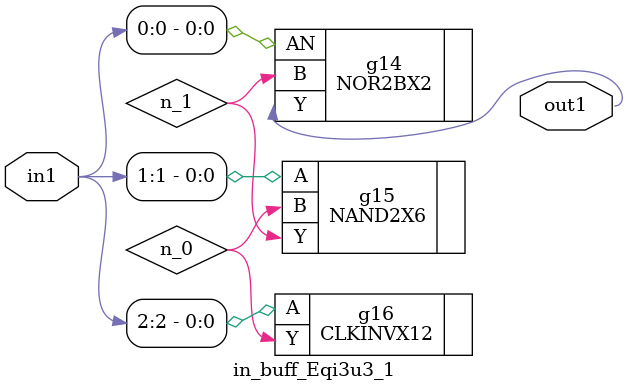
<source format=v>
`timescale 1ps / 1ps


module in_buff_Eqi3u3_1(in1, out1);
  input [2:0] in1;
  output out1;
  wire [2:0] in1;
  wire out1;
  wire n_0, n_1;
  NOR2BX2 g14(.AN (in1[0]), .B (n_1), .Y (out1));
  NAND2X6 g15(.A (in1[1]), .B (n_0), .Y (n_1));
  CLKINVX12 g16(.A (in1[2]), .Y (n_0));
endmodule



</source>
